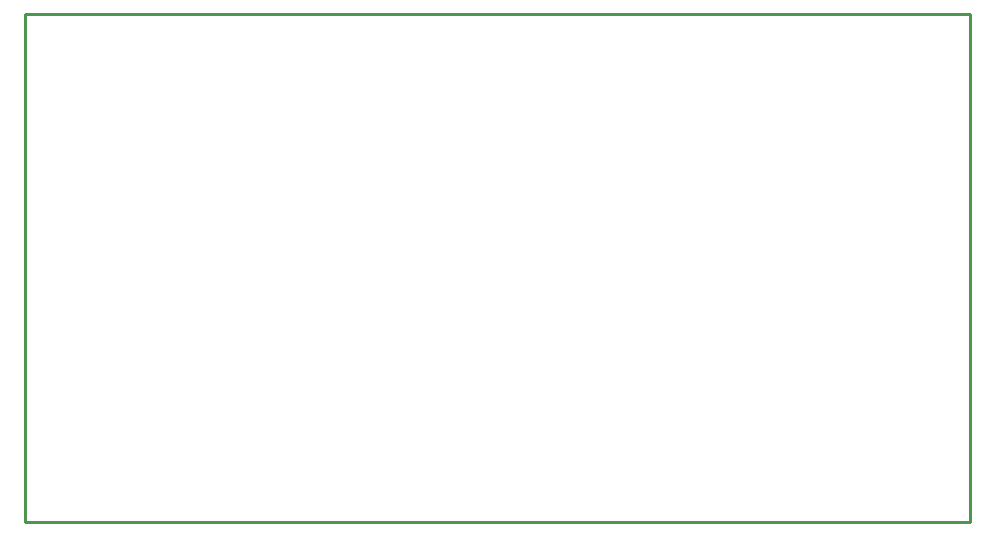
<source format=gko>
%FSDAX24Y24*%
%MOIN*%
%SFA1B1*%

%IPPOS*%
%ADD35C,0.010000*%
%LNde-151116-1*%
%LPD*%
G54D35*
X019550Y037573D02*
X051046D01*
X019550Y020644D02*
Y037573D01*
Y020644D02*
X051046D01*
Y037573*
M02*
</source>
